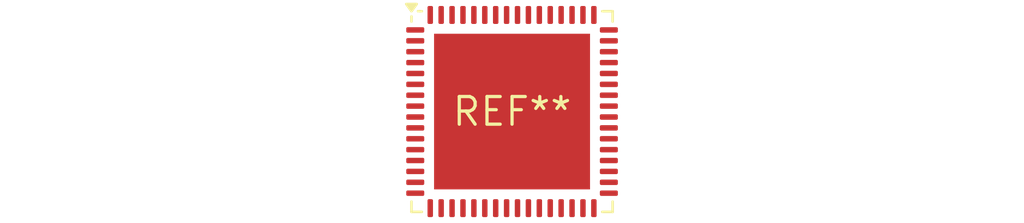
<source format=kicad_pcb>
(kicad_pcb (version 20240108) (generator pcbnew)
  (layers (0 "F.Cu" signal) (31 "B.Cu" signal) (34 "B.Paste" user) (35 "F.Paste" user) (36 "B.SilkS" user "B.Silkscreen") (37 "F.SilkS" user "F.Silkscreen") (38 "B.Mask" user) (39 "F.Mask" user) (44 "Edge.Cuts" user))
  (net 0 "")
  (footprint "VQFN-64-1EP_9x9mm_P0.5mm_EP7.15x7.15mm" (layer "F.Cu") (at 0 0)
    (property "Reference" "REF**")
    (property "Value" "VQFN-64-1EP_9x9mm_P0.5mm_EP7.15x7.15mm")
    (fp_line (start -4.61 -4.135) (end -4.61 -4.37) (layer "F.SilkS") (stroke (width 0.12)))
    (fp_line (start -4.61 4.61) (end -4.61 4.135) (layer "F.SilkS") (stroke (width 0.12)))
    (fp_line (start -4.135 -4.61) (end -4.31 -4.61) (layer "F.SilkS") (stroke (width 0.12)))
    (fp_line (start -4.135 4.61) (end -4.61 4.61) (layer "F.SilkS") (stroke (width 0.12)))
    (fp_line (start 4.135 -4.61) (end 4.61 -4.61) (layer "F.SilkS") (stroke (width 0.12)))
    (fp_line (start 4.135 4.61) (end 4.61 4.61) (layer "F.SilkS") (stroke (width 0.12)))
    (fp_line (start 4.61 -4.61) (end 4.61 -4.135) (layer "F.SilkS") (stroke (width 0.12)))
    (fp_line (start 4.61 4.61) (end 4.61 4.135) (layer "F.SilkS") (stroke (width 0.12)))
    (fp_poly (pts (xy -4.61 -4.61) (xy -4.85 -4.94) (xy -4.37 -4.94) (xy -4.61 -4.61)) (layer "F.SilkS") (stroke (width 0.12)) (fill solid))
    (pad "1" smd roundrect (at -4.4375 -3.75) (size 0.825 0.25) (layers "F.Cu" "F.Paste" "F.Mask"))
    (pad "2" smd roundrect (at -4.4375 -3.25) (size 0.825 0.25) (layers "F.Cu" "F.Paste" "F.Mask"))
    (pad "3" smd roundrect (at -4.4375 -2.75) (size 0.825 0.25) (layers "F.Cu" "F.Paste" "F.Mask"))
    (pad "4" smd roundrect (at -4.4375 -2.25) (size 0.825 0.25) (layers "F.Cu" "F.Paste" "F.Mask"))
    (pad "5" smd roundrect (at -4.4375 -1.75) (size 0.825 0.25) (layers "F.Cu" "F.Paste" "F.Mask"))
    (pad "6" smd roundrect (at -4.4375 -1.25) (size 0.825 0.25) (layers "F.Cu" "F.Paste" "F.Mask"))
    (pad "7" smd roundrect (at -4.4375 -0.75) (size 0.825 0.25) (layers "F.Cu" "F.Paste" "F.Mask"))
    (pad "8" smd roundrect (at -4.4375 -0.25) (size 0.825 0.25) (layers "F.Cu" "F.Paste" "F.Mask"))
    (pad "9" smd roundrect (at -4.4375 0.25) (size 0.825 0.25) (layers "F.Cu" "F.Paste" "F.Mask"))
    (pad "10" smd roundrect (at -4.4375 0.75) (size 0.825 0.25) (layers "F.Cu" "F.Paste" "F.Mask"))
    (pad "11" smd roundrect (at -4.4375 1.25) (size 0.825 0.25) (layers "F.Cu" "F.Paste" "F.Mask"))
    (pad "12" smd roundrect (at -4.4375 1.75) (size 0.825 0.25) (layers "F.Cu" "F.Paste" "F.Mask"))
    (pad "13" smd roundrect (at -4.4375 2.25) (size 0.825 0.25) (layers "F.Cu" "F.Paste" "F.Mask"))
    (pad "14" smd roundrect (at -4.4375 2.75) (size 0.825 0.25) (layers "F.Cu" "F.Paste" "F.Mask"))
    (pad "15" smd roundrect (at -4.4375 3.25) (size 0.825 0.25) (layers "F.Cu" "F.Paste" "F.Mask"))
    (pad "16" smd roundrect (at -4.4375 3.75) (size 0.825 0.25) (layers "F.Cu" "F.Paste" "F.Mask"))
    (pad "17" smd roundrect (at -3.75 4.4375) (size 0.25 0.825) (layers "F.Cu" "F.Paste" "F.Mask"))
    (pad "18" smd roundrect (at -3.25 4.4375) (size 0.25 0.825) (layers "F.Cu" "F.Paste" "F.Mask"))
    (pad "19" smd roundrect (at -2.75 4.4375) (size 0.25 0.825) (layers "F.Cu" "F.Paste" "F.Mask"))
    (pad "20" smd roundrect (at -2.25 4.4375) (size 0.25 0.825) (layers "F.Cu" "F.Paste" "F.Mask"))
    (pad "21" smd roundrect (at -1.75 4.4375) (size 0.25 0.825) (layers "F.Cu" "F.Paste" "F.Mask"))
    (pad "22" smd roundrect (at -1.25 4.4375) (size 0.25 0.825) (layers "F.Cu" "F.Paste" "F.Mask"))
    (pad "23" smd roundrect (at -0.75 4.4375) (size 0.25 0.825) (layers "F.Cu" "F.Paste" "F.Mask"))
    (pad "24" smd roundrect (at -0.25 4.4375) (size 0.25 0.825) (layers "F.Cu" "F.Paste" "F.Mask"))
    (pad "25" smd roundrect (at 0.25 4.4375) (size 0.25 0.825) (layers "F.Cu" "F.Paste" "F.Mask"))
    (pad "26" smd roundrect (at 0.75 4.4375) (size 0.25 0.825) (layers "F.Cu" "F.Paste" "F.Mask"))
    (pad "27" smd roundrect (at 1.25 4.4375) (size 0.25 0.825) (layers "F.Cu" "F.Paste" "F.Mask"))
    (pad "28" smd roundrect (at 1.75 4.4375) (size 0.25 0.825) (layers "F.Cu" "F.Paste" "F.Mask"))
    (pad "29" smd roundrect (at 2.25 4.4375) (size 0.25 0.825) (layers "F.Cu" "F.Paste" "F.Mask"))
    (pad "30" smd roundrect (at 2.75 4.4375) (size 0.25 0.825) (layers "F.Cu" "F.Paste" "F.Mask"))
    (pad "31" smd roundrect (at 3.25 4.4375) (size 0.25 0.825) (layers "F.Cu" "F.Paste" "F.Mask"))
    (pad "32" smd roundrect (at 3.75 4.4375) (size 0.25 0.825) (layers "F.Cu" "F.Paste" "F.Mask"))
    (pad "33" smd roundrect (at 4.4375 3.75) (size 0.825 0.25) (layers "F.Cu" "F.Paste" "F.Mask"))
    (pad "34" smd roundrect (at 4.4375 3.25) (size 0.825 0.25) (layers "F.Cu" "F.Paste" "F.Mask"))
    (pad "35" smd roundrect (at 4.4375 2.75) (size 0.825 0.25) (layers "F.Cu" "F.Paste" "F.Mask"))
    (pad "36" smd roundrect (at 4.4375 2.25) (size 0.825 0.25) (layers "F.Cu" "F.Paste" "F.Mask"))
    (pad "37" smd roundrect (at 4.4375 1.75) (size 0.825 0.25) (layers "F.Cu" "F.Paste" "F.Mask"))
    (pad "38" smd roundrect (at 4.4375 1.25) (size 0.825 0.25) (layers "F.Cu" "F.Paste" "F.Mask"))
    (pad "39" smd roundrect (at 4.4375 0.75) (size 0.825 0.25) (layers "F.Cu" "F.Paste" "F.Mask"))
    (pad "40" smd roundrect (at 4.4375 0.25) (size 0.825 0.25) (layers "F.Cu" "F.Paste" "F.Mask"))
    (pad "41" smd roundrect (at 4.4375 -0.25) (size 0.825 0.25) (layers "F.Cu" "F.Paste" "F.Mask"))
    (pad "42" smd roundrect (at 4.4375 -0.75) (size 0.825 0.25) (layers "F.Cu" "F.Paste" "F.Mask"))
    (pad "43" smd roundrect (at 4.4375 -1.25) (size 0.825 0.25) (layers "F.Cu" "F.Paste" "F.Mask"))
    (pad "44" smd roundrect (at 4.4375 -1.75) (size 0.825 0.25) (layers "F.Cu" "F.Paste" "F.Mask"))
    (pad "45" smd roundrect (at 4.4375 -2.25) (size 0.825 0.25) (layers "F.Cu" "F.Paste" "F.Mask"))
    (pad "46" smd roundrect (at 4.4375 -2.75) (size 0.825 0.25) (layers "F.Cu" "F.Paste" "F.Mask"))
    (pad "47" smd roundrect (at 4.4375 -3.25) (size 0.825 0.25) (layers "F.Cu" "F.Paste" "F.Mask"))
    (pad "48" smd roundrect (at 4.4375 -3.75) (size 0.825 0.25) (layers "F.Cu" "F.Paste" "F.Mask"))
    (pad "49" smd roundrect (at 3.75 -4.4375) (size 0.25 0.825) (layers "F.Cu" "F.Paste" "F.Mask"))
    (pad "50" smd roundrect (at 3.25 -4.4375) (size 0.25 0.825) (layers "F.Cu" "F.Paste" "F.Mask"))
    (pad "51" smd roundrect (at 2.75 -4.4375) (size 0.25 0.825) (layers "F.Cu" "F.Paste" "F.Mask"))
    (pad "52" smd roundrect (at 2.25 -4.4375) (size 0.25 0.825) (layers "F.Cu" "F.Paste" "F.Mask"))
    (pad "53" smd roundrect (at 1.75 -4.4375) (size 0.25 0.825) (layers "F.Cu" "F.Paste" "F.Mask"))
    (pad "54" smd roundrect (at 1.25 -4.4375) (size 0.25 0.825) (layers "F.Cu" "F.Paste" "F.Mask"))
    (pad "55" smd roundrect (at 0.75 -4.4375) (size 0.25 0.825) (layers "F.Cu" "F.Paste" "F.Mask"))
    (pad "56" smd roundrect (at 0.25 -4.4375) (size 0.25 0.825) (layers "F.Cu" "F.Paste" "F.Mask"))
    (pad "57" smd roundrect (at -0.25 -4.4375) (size 0.25 0.825) (layers "F.Cu" "F.Paste" "F.Mask"))
    (pad "58" smd roundrect (at -0.75 -4.4375) (size 0.25 0.825) (layers "F.Cu" "F.Paste" "F.Mask"))
    (pad "59" smd roundrect (at -1.25 -4.4375) (size 0.25 0.825) (layers "F.Cu" "F.Paste" "F.Mask"))
    (pad "60" smd roundrect (at -1.75 -4.4375) (size 0.25 0.825) (layers "F.Cu" "F.Paste" "F.Mask"))
    (pad "61" smd roundrect (at -2.25 -4.4375) (size 0.25 0.825) (layers "F.Cu" "F.Paste" "F.Mask"))
    (pad "62" smd roundrect (at -2.75 -4.4375) (size 0.25 0.825) (layers "F.Cu" "F.Paste" "F.Mask"))
    (pad "63" smd roundrect (at -3.25 -4.4375) (size 0.25 0.825) (layers "F.Cu" "F.Paste" "F.Mask"))
    (pad "64" smd roundrect (at -3.75 -4.4375) (size 0.25 0.825) (layers "F.Cu" "F.Paste" "F.Mask"))
    (pad "65" smd rect (at 0 0) (size 7.15 7.15) (property pad_prop_heatsink) (layers "F.Cu" "F.Mask"))
  )
)
</source>
